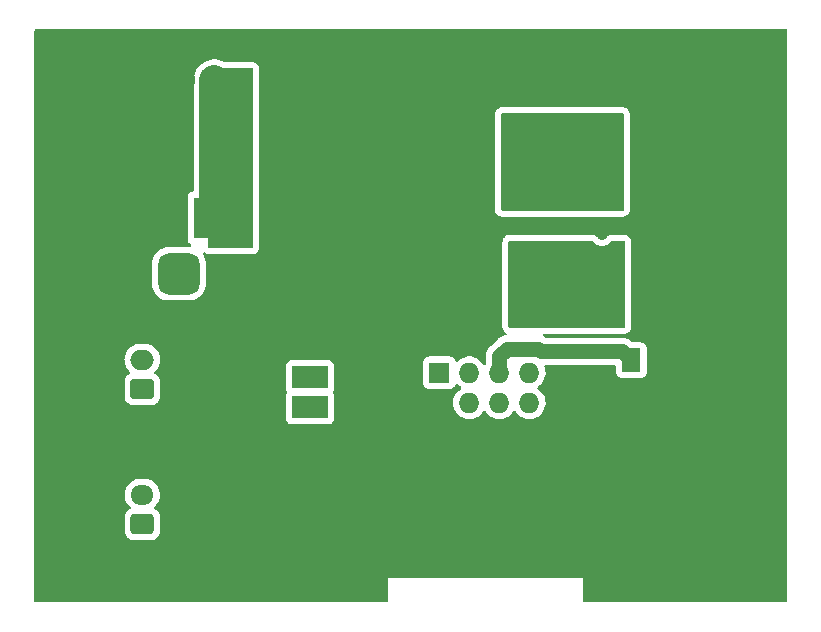
<source format=gbl>
%TF.GenerationSoftware,KiCad,Pcbnew,(6.0.7)*%
%TF.CreationDate,2022-09-15T17:32:09-05:00*%
%TF.ProjectId,Simplified01,53696d70-6c69-4666-9965-6430312e6b69,rev?*%
%TF.SameCoordinates,Original*%
%TF.FileFunction,Copper,L2,Bot*%
%TF.FilePolarity,Positive*%
%FSLAX46Y46*%
G04 Gerber Fmt 4.6, Leading zero omitted, Abs format (unit mm)*
G04 Created by KiCad (PCBNEW (6.0.7)) date 2022-09-15 17:32:09*
%MOMM*%
%LPD*%
G01*
G04 APERTURE LIST*
G04 Aperture macros list*
%AMRoundRect*
0 Rectangle with rounded corners*
0 $1 Rounding radius*
0 $2 $3 $4 $5 $6 $7 $8 $9 X,Y pos of 4 corners*
0 Add a 4 corners polygon primitive as box body*
4,1,4,$2,$3,$4,$5,$6,$7,$8,$9,$2,$3,0*
0 Add four circle primitives for the rounded corners*
1,1,$1+$1,$2,$3*
1,1,$1+$1,$4,$5*
1,1,$1+$1,$6,$7*
1,1,$1+$1,$8,$9*
0 Add four rect primitives between the rounded corners*
20,1,$1+$1,$2,$3,$4,$5,0*
20,1,$1+$1,$4,$5,$6,$7,0*
20,1,$1+$1,$6,$7,$8,$9,0*
20,1,$1+$1,$8,$9,$2,$3,0*%
G04 Aperture macros list end*
%TA.AperFunction,ComponentPad*%
%ADD10RoundRect,0.250000X0.600000X0.750000X-0.600000X0.750000X-0.600000X-0.750000X0.600000X-0.750000X0*%
%TD*%
%TA.AperFunction,ComponentPad*%
%ADD11O,1.700000X2.000000*%
%TD*%
%TA.AperFunction,ComponentPad*%
%ADD12C,4.400000*%
%TD*%
%TA.AperFunction,ComponentPad*%
%ADD13RoundRect,0.250000X0.750000X-0.600000X0.750000X0.600000X-0.750000X0.600000X-0.750000X-0.600000X0*%
%TD*%
%TA.AperFunction,ComponentPad*%
%ADD14O,2.000000X1.700000*%
%TD*%
%TA.AperFunction,ComponentPad*%
%ADD15R,3.500000X3.500000*%
%TD*%
%TA.AperFunction,ComponentPad*%
%ADD16RoundRect,0.750000X-0.750000X-1.000000X0.750000X-1.000000X0.750000X1.000000X-0.750000X1.000000X0*%
%TD*%
%TA.AperFunction,ComponentPad*%
%ADD17RoundRect,0.875000X-0.875000X-0.875000X0.875000X-0.875000X0.875000X0.875000X-0.875000X0.875000X0*%
%TD*%
%TA.AperFunction,ComponentPad*%
%ADD18RoundRect,0.250000X0.725000X-0.600000X0.725000X0.600000X-0.725000X0.600000X-0.725000X-0.600000X0*%
%TD*%
%TA.AperFunction,ComponentPad*%
%ADD19O,1.950000X1.700000*%
%TD*%
%TA.AperFunction,ComponentPad*%
%ADD20R,3.032000X1.905000*%
%TD*%
%TA.AperFunction,SMDPad,CuDef*%
%ADD21R,1.600000X2.000000*%
%TD*%
%TA.AperFunction,ComponentPad*%
%ADD22R,1.727200X1.727200*%
%TD*%
%TA.AperFunction,ComponentPad*%
%ADD23O,1.727200X1.727200*%
%TD*%
%TA.AperFunction,ViaPad*%
%ADD24C,0.800000*%
%TD*%
%TA.AperFunction,Conductor*%
%ADD25C,1.250000*%
%TD*%
%TA.AperFunction,Conductor*%
%ADD26C,2.500000*%
%TD*%
G04 APERTURE END LIST*
D10*
X115439251Y-75209751D03*
D11*
X112939251Y-75209751D03*
D12*
X103501251Y-74193751D03*
X160651251Y-116103751D03*
X160651251Y-74193751D03*
D13*
X109343251Y-101371751D03*
D14*
X109343251Y-98871751D03*
D12*
X103501251Y-116103751D03*
D15*
X115439251Y-86893751D03*
D16*
X109439251Y-86893751D03*
D17*
X112439251Y-91593751D03*
D18*
X109343251Y-112801751D03*
D19*
X109343251Y-110301751D03*
X109343251Y-107801751D03*
D20*
X123559251Y-102895751D03*
X123559251Y-100355751D03*
X123559251Y-97815751D03*
D21*
X150745251Y-98925751D03*
X150745251Y-104325751D03*
D22*
X134489251Y-99974751D03*
D23*
X134489251Y-102514751D03*
X137029251Y-99974751D03*
X137029251Y-102514751D03*
X139569251Y-99974751D03*
X139569251Y-102514751D03*
X142109251Y-99974751D03*
X142109251Y-102514751D03*
D24*
X140966251Y-78638751D03*
X140966251Y-79908751D03*
X142236251Y-79908751D03*
X146046251Y-79908751D03*
X143506251Y-79908751D03*
X144776251Y-79908751D03*
X146046251Y-78638751D03*
X144776251Y-78638751D03*
X142236251Y-78638751D03*
X143506251Y-78638751D03*
X143760251Y-95529751D03*
X141220251Y-95529751D03*
X147443251Y-95529751D03*
X146300251Y-95529751D03*
X145030251Y-95529751D03*
X142490251Y-95529751D03*
X140033251Y-87445751D03*
X151761251Y-111023751D03*
X114423251Y-95529751D03*
X154301251Y-107213751D03*
X148284251Y-88338751D03*
X150491251Y-111023751D03*
X153031251Y-108483751D03*
X115439251Y-95529751D03*
X153031251Y-109753751D03*
X114931251Y-96291751D03*
X114931251Y-94767751D03*
X139315251Y-87909751D03*
X154301251Y-109753751D03*
X154301251Y-108483751D03*
X151761251Y-109753751D03*
X153031251Y-111023751D03*
X147649251Y-87703751D03*
D25*
X149983251Y-98163751D02*
X150745251Y-98925751D01*
X149381251Y-98163751D02*
X149983251Y-98163751D01*
X149381251Y-98163751D02*
X143092251Y-98163751D01*
X142871251Y-97942751D02*
X143092251Y-98163751D01*
X140204251Y-97942751D02*
X142871251Y-97942751D01*
X139569251Y-98577751D02*
X140204251Y-97942751D01*
X139569251Y-98577751D02*
X139569251Y-99974751D01*
D26*
X115439251Y-75209751D02*
X115439251Y-86893751D01*
%TA.AperFunction,Conductor*%
G36*
X163894872Y-70912253D02*
G01*
X163941365Y-70965909D01*
X163952751Y-71018251D01*
X163952751Y-119279251D01*
X163932749Y-119347372D01*
X163879093Y-119393865D01*
X163826751Y-119405251D01*
X146807251Y-119405251D01*
X146739130Y-119385249D01*
X146692637Y-119331593D01*
X146681251Y-119279251D01*
X146681251Y-117373751D01*
X130171251Y-117373751D01*
X130171251Y-119279251D01*
X130151249Y-119347372D01*
X130097593Y-119393865D01*
X130045251Y-119405251D01*
X100325751Y-119405251D01*
X100257630Y-119385249D01*
X100211137Y-119331593D01*
X100199751Y-119279251D01*
X100199751Y-110237525D01*
X107856353Y-110237525D01*
X107865002Y-110467909D01*
X107912344Y-110693542D01*
X107997027Y-110907972D01*
X108116628Y-111105068D01*
X108120125Y-111109098D01*
X108206689Y-111208854D01*
X108267728Y-111279196D01*
X108303371Y-111308421D01*
X108343365Y-111367080D01*
X108345297Y-111438050D01*
X108308553Y-111498799D01*
X108289783Y-111512999D01*
X108158830Y-111594036D01*
X108143903Y-111603273D01*
X108018946Y-111728448D01*
X107926136Y-111879013D01*
X107870454Y-112046890D01*
X107859751Y-112151351D01*
X107859751Y-113452151D01*
X107870725Y-113557917D01*
X107926701Y-113725697D01*
X108019773Y-113876099D01*
X108144948Y-114001056D01*
X108151178Y-114004896D01*
X108151179Y-114004897D01*
X108288341Y-114089445D01*
X108295513Y-114093866D01*
X108375256Y-114120315D01*
X108456862Y-114147383D01*
X108456864Y-114147383D01*
X108463390Y-114149548D01*
X108470226Y-114150248D01*
X108470229Y-114150249D01*
X108513282Y-114154660D01*
X108567851Y-114160251D01*
X110118651Y-114160251D01*
X110121897Y-114159914D01*
X110121901Y-114159914D01*
X110217559Y-114149989D01*
X110217563Y-114149988D01*
X110224417Y-114149277D01*
X110230953Y-114147096D01*
X110230955Y-114147096D01*
X110363057Y-114103023D01*
X110392197Y-114093301D01*
X110542599Y-114000229D01*
X110667556Y-113875054D01*
X110760366Y-113724489D01*
X110816048Y-113556612D01*
X110826751Y-113452151D01*
X110826751Y-112151351D01*
X110815777Y-112045585D01*
X110759801Y-111877805D01*
X110666729Y-111727403D01*
X110541554Y-111602446D01*
X110395911Y-111512670D01*
X110348419Y-111459899D01*
X110336995Y-111389827D01*
X110365269Y-111324703D01*
X110375056Y-111314241D01*
X110485529Y-111208854D01*
X110489386Y-111205175D01*
X110627005Y-111020209D01*
X110731491Y-110814700D01*
X110767572Y-110698503D01*
X110798275Y-110599622D01*
X110799858Y-110594524D01*
X110800559Y-110589235D01*
X110829449Y-110371262D01*
X110829449Y-110371257D01*
X110830149Y-110365977D01*
X110821500Y-110135593D01*
X110774158Y-109909960D01*
X110689475Y-109695530D01*
X110569874Y-109498434D01*
X110483006Y-109398327D01*
X110422274Y-109328339D01*
X110422272Y-109328337D01*
X110418774Y-109324306D01*
X110377221Y-109290235D01*
X110244624Y-109181511D01*
X110244618Y-109181507D01*
X110240496Y-109178127D01*
X110235860Y-109175488D01*
X110235857Y-109175486D01*
X110044780Y-109066719D01*
X110040137Y-109064076D01*
X109823426Y-108985414D01*
X109818177Y-108984465D01*
X109818174Y-108984464D01*
X109600643Y-108945128D01*
X109600636Y-108945127D01*
X109596559Y-108944390D01*
X109578837Y-108943554D01*
X109573895Y-108943321D01*
X109573888Y-108943321D01*
X109572407Y-108943251D01*
X109160361Y-108943251D01*
X109093442Y-108948929D01*
X108993842Y-108957380D01*
X108993838Y-108957381D01*
X108988531Y-108957831D01*
X108983376Y-108959169D01*
X108983370Y-108959170D01*
X108770548Y-109014408D01*
X108770544Y-109014409D01*
X108765379Y-109015750D01*
X108760513Y-109017942D01*
X108760510Y-109017943D01*
X108652231Y-109066719D01*
X108555176Y-109110439D01*
X108363932Y-109239192D01*
X108197116Y-109398327D01*
X108059497Y-109583293D01*
X107955011Y-109788802D01*
X107953429Y-109793896D01*
X107953428Y-109793899D01*
X107891366Y-109993771D01*
X107886644Y-110008978D01*
X107885943Y-110014267D01*
X107870555Y-110130374D01*
X107856353Y-110237525D01*
X100199751Y-110237525D01*
X100199751Y-103896385D01*
X121534751Y-103896385D01*
X121541506Y-103958567D01*
X121592636Y-104094956D01*
X121679990Y-104211512D01*
X121796546Y-104298866D01*
X121932935Y-104349996D01*
X121995117Y-104356751D01*
X125123385Y-104356751D01*
X125185567Y-104349996D01*
X125321956Y-104298866D01*
X125438512Y-104211512D01*
X125525866Y-104094956D01*
X125576996Y-103958567D01*
X125583751Y-103896385D01*
X125583751Y-101895117D01*
X125576996Y-101832935D01*
X125525866Y-101696546D01*
X125520485Y-101689366D01*
X125518784Y-101686259D01*
X125503615Y-101616902D01*
X125518784Y-101565243D01*
X125520485Y-101562136D01*
X125525866Y-101554956D01*
X125576996Y-101418567D01*
X125583751Y-101356385D01*
X125583751Y-100886485D01*
X133117151Y-100886485D01*
X133123906Y-100948667D01*
X133175036Y-101085056D01*
X133262390Y-101201612D01*
X133378946Y-101288966D01*
X133515335Y-101340096D01*
X133577517Y-101346851D01*
X135400985Y-101346851D01*
X135463167Y-101340096D01*
X135599556Y-101288966D01*
X135716112Y-101201612D01*
X135803466Y-101085056D01*
X135841464Y-100983697D01*
X135884105Y-100926932D01*
X135950667Y-100902232D01*
X136020016Y-100917439D01*
X136054682Y-100945427D01*
X136065953Y-100958438D01*
X136239550Y-101102561D01*
X136244002Y-101105163D01*
X136244007Y-101105166D01*
X136293320Y-101133982D01*
X136342043Y-101185621D01*
X136355114Y-101255404D01*
X136328382Y-101321176D01*
X136297846Y-101348534D01*
X136295586Y-101349711D01*
X136115156Y-101485181D01*
X136111584Y-101488919D01*
X135989281Y-101616902D01*
X135959275Y-101648301D01*
X135832129Y-101834691D01*
X135829955Y-101839375D01*
X135829953Y-101839378D01*
X135745113Y-102022151D01*
X135737132Y-102039344D01*
X135676836Y-102256764D01*
X135652860Y-102481113D01*
X135653157Y-102486265D01*
X135653157Y-102486269D01*
X135663499Y-102665619D01*
X135665848Y-102706365D01*
X135666985Y-102711411D01*
X135666986Y-102711417D01*
X135688235Y-102805703D01*
X135715451Y-102926471D01*
X135717393Y-102931253D01*
X135717394Y-102931257D01*
X135754073Y-103021586D01*
X135800337Y-103135520D01*
X135918226Y-103327898D01*
X136065953Y-103498438D01*
X136239550Y-103642561D01*
X136244002Y-103645163D01*
X136244007Y-103645166D01*
X136333342Y-103697369D01*
X136434354Y-103756396D01*
X136645135Y-103836885D01*
X136650203Y-103837916D01*
X136650206Y-103837917D01*
X136758655Y-103859981D01*
X136866232Y-103881868D01*
X136871407Y-103882058D01*
X136871409Y-103882058D01*
X137086543Y-103889947D01*
X137086547Y-103889947D01*
X137091707Y-103890136D01*
X137096827Y-103889480D01*
X137096829Y-103889480D01*
X137166236Y-103880589D01*
X137315504Y-103861467D01*
X137320453Y-103859982D01*
X137320459Y-103859981D01*
X137526664Y-103798116D01*
X137526663Y-103798116D01*
X137531614Y-103796631D01*
X137626670Y-103750063D01*
X137729582Y-103699648D01*
X137729587Y-103699645D01*
X137734233Y-103697369D01*
X137738443Y-103694366D01*
X137738448Y-103694363D01*
X137913706Y-103569352D01*
X137913710Y-103569348D01*
X137917918Y-103566347D01*
X138077738Y-103407084D01*
X138198621Y-103238858D01*
X138254615Y-103195210D01*
X138325319Y-103188764D01*
X138388283Y-103221567D01*
X138408376Y-103246550D01*
X138455526Y-103323494D01*
X138455530Y-103323499D01*
X138458226Y-103327898D01*
X138605953Y-103498438D01*
X138779550Y-103642561D01*
X138784002Y-103645163D01*
X138784007Y-103645166D01*
X138873342Y-103697369D01*
X138974354Y-103756396D01*
X139185135Y-103836885D01*
X139190203Y-103837916D01*
X139190206Y-103837917D01*
X139298655Y-103859981D01*
X139406232Y-103881868D01*
X139411407Y-103882058D01*
X139411409Y-103882058D01*
X139626543Y-103889947D01*
X139626547Y-103889947D01*
X139631707Y-103890136D01*
X139636827Y-103889480D01*
X139636829Y-103889480D01*
X139706236Y-103880589D01*
X139855504Y-103861467D01*
X139860453Y-103859982D01*
X139860459Y-103859981D01*
X140066664Y-103798116D01*
X140066663Y-103798116D01*
X140071614Y-103796631D01*
X140166670Y-103750063D01*
X140269582Y-103699648D01*
X140269587Y-103699645D01*
X140274233Y-103697369D01*
X140278443Y-103694366D01*
X140278448Y-103694363D01*
X140453706Y-103569352D01*
X140453710Y-103569348D01*
X140457918Y-103566347D01*
X140617738Y-103407084D01*
X140738621Y-103238858D01*
X140794615Y-103195210D01*
X140865319Y-103188764D01*
X140928283Y-103221567D01*
X140948376Y-103246550D01*
X140995526Y-103323494D01*
X140995530Y-103323499D01*
X140998226Y-103327898D01*
X141145953Y-103498438D01*
X141319550Y-103642561D01*
X141324002Y-103645163D01*
X141324007Y-103645166D01*
X141413342Y-103697369D01*
X141514354Y-103756396D01*
X141725135Y-103836885D01*
X141730203Y-103837916D01*
X141730206Y-103837917D01*
X141838655Y-103859981D01*
X141946232Y-103881868D01*
X141951407Y-103882058D01*
X141951409Y-103882058D01*
X142166543Y-103889947D01*
X142166547Y-103889947D01*
X142171707Y-103890136D01*
X142176827Y-103889480D01*
X142176829Y-103889480D01*
X142246236Y-103880589D01*
X142395504Y-103861467D01*
X142400453Y-103859982D01*
X142400459Y-103859981D01*
X142606664Y-103798116D01*
X142606663Y-103798116D01*
X142611614Y-103796631D01*
X142706670Y-103750063D01*
X142809582Y-103699648D01*
X142809587Y-103699645D01*
X142814233Y-103697369D01*
X142818443Y-103694366D01*
X142818448Y-103694363D01*
X142993706Y-103569352D01*
X142993710Y-103569348D01*
X142997918Y-103566347D01*
X143157738Y-103407084D01*
X143289401Y-103223856D01*
X143389369Y-103021586D01*
X143454959Y-102805703D01*
X143455634Y-102800577D01*
X143483972Y-102585329D01*
X143483973Y-102585323D01*
X143484409Y-102582007D01*
X143486053Y-102514751D01*
X143467566Y-102289883D01*
X143412600Y-102071055D01*
X143322631Y-101864142D01*
X143274533Y-101789794D01*
X143202885Y-101679042D01*
X143202883Y-101679039D01*
X143200077Y-101674702D01*
X143048228Y-101507822D01*
X143044177Y-101504623D01*
X143044173Y-101504619D01*
X142875217Y-101371185D01*
X142875213Y-101371183D01*
X142871162Y-101367983D01*
X142847786Y-101355079D01*
X142797815Y-101304647D01*
X142783043Y-101235204D01*
X142808159Y-101168798D01*
X142835510Y-101142192D01*
X142993706Y-101029352D01*
X142993710Y-101029348D01*
X142997918Y-101026347D01*
X143157738Y-100867084D01*
X143289401Y-100683856D01*
X143389369Y-100481586D01*
X143454959Y-100265703D01*
X143466289Y-100179642D01*
X143483972Y-100045329D01*
X143483973Y-100045323D01*
X143484409Y-100042007D01*
X143486053Y-99974751D01*
X143467566Y-99749883D01*
X143412600Y-99531055D01*
X143387571Y-99473493D01*
X143378752Y-99403046D01*
X143409418Y-99339015D01*
X143469835Y-99301727D01*
X143503121Y-99297251D01*
X149310751Y-99297251D01*
X149378872Y-99317253D01*
X149425365Y-99370909D01*
X149436751Y-99423251D01*
X149436751Y-99973885D01*
X149437120Y-99977282D01*
X149437436Y-99980191D01*
X149443506Y-100036067D01*
X149494636Y-100172456D01*
X149581990Y-100289012D01*
X149698546Y-100376366D01*
X149834935Y-100427496D01*
X149897117Y-100434251D01*
X151593385Y-100434251D01*
X151655567Y-100427496D01*
X151791956Y-100376366D01*
X151908512Y-100289012D01*
X151995866Y-100172456D01*
X152046996Y-100036067D01*
X152053066Y-99980191D01*
X152053382Y-99977282D01*
X152053751Y-99973885D01*
X152053751Y-97877617D01*
X152046996Y-97815435D01*
X151995866Y-97679046D01*
X151908512Y-97562490D01*
X151791956Y-97475136D01*
X151655567Y-97424006D01*
X151593385Y-97417251D01*
X150893207Y-97417251D01*
X150825086Y-97397249D01*
X150806077Y-97382269D01*
X150776699Y-97354146D01*
X150774734Y-97352223D01*
X150746544Y-97324033D01*
X150740624Y-97319144D01*
X150733730Y-97313012D01*
X150693305Y-97274314D01*
X150693301Y-97274311D01*
X150688966Y-97270161D01*
X150683927Y-97266908D01*
X150683924Y-97266905D01*
X150660051Y-97251491D01*
X150648167Y-97242793D01*
X150626248Y-97224692D01*
X150626249Y-97224692D01*
X150621626Y-97220875D01*
X150567232Y-97191157D01*
X150559312Y-97186444D01*
X150512305Y-97156092D01*
X150512301Y-97156090D01*
X150507260Y-97152835D01*
X150475331Y-97139967D01*
X150462029Y-97133679D01*
X150437080Y-97120048D01*
X150431816Y-97117172D01*
X150426111Y-97115346D01*
X150426109Y-97115345D01*
X150402269Y-97107714D01*
X150372796Y-97098280D01*
X150364116Y-97095146D01*
X150312210Y-97074227D01*
X150306647Y-97071985D01*
X150300761Y-97070835D01*
X150300759Y-97070835D01*
X150272866Y-97065388D01*
X150258602Y-97061726D01*
X150231524Y-97053058D01*
X150231522Y-97053058D01*
X150225819Y-97051232D01*
X150219870Y-97050517D01*
X150219864Y-97050516D01*
X150164296Y-97043840D01*
X150155176Y-97042404D01*
X150111816Y-97033937D01*
X150094364Y-97030529D01*
X150088680Y-97030251D01*
X150058706Y-97030251D01*
X150043678Y-97029352D01*
X150017018Y-97026149D01*
X150017014Y-97026149D01*
X150011071Y-97025435D01*
X150005095Y-97025858D01*
X150005092Y-97025858D01*
X149947500Y-97029936D01*
X149938601Y-97030251D01*
X143591710Y-97030251D01*
X143523589Y-97010249D01*
X143519215Y-97007055D01*
X143514247Y-97003691D01*
X143509626Y-96999875D01*
X143455232Y-96970157D01*
X143447312Y-96965444D01*
X143400305Y-96935092D01*
X143400301Y-96935090D01*
X143395260Y-96931835D01*
X143368665Y-96921117D01*
X143312959Y-96877102D01*
X143289892Y-96809957D01*
X143306789Y-96741000D01*
X143358284Y-96692125D01*
X143415763Y-96678251D01*
X150111251Y-96678251D01*
X150114597Y-96677891D01*
X150114602Y-96677891D01*
X150217036Y-96666879D01*
X150217043Y-96666878D01*
X150220400Y-96666517D01*
X150223701Y-96665799D01*
X150269461Y-96655845D01*
X150269466Y-96655844D01*
X150272742Y-96655131D01*
X150376908Y-96620461D01*
X150499863Y-96541443D01*
X150553519Y-96494950D01*
X150609139Y-96430761D01*
X150643332Y-96391301D01*
X150643334Y-96391298D01*
X150649233Y-96384490D01*
X150709949Y-96251541D01*
X150729951Y-96183420D01*
X150734584Y-96151201D01*
X150750112Y-96043198D01*
X150750112Y-96043193D01*
X150750751Y-96038751D01*
X150750751Y-88924751D01*
X150747064Y-88890456D01*
X150739379Y-88818966D01*
X150739378Y-88818959D01*
X150739017Y-88815602D01*
X150738299Y-88812301D01*
X150728345Y-88766541D01*
X150728344Y-88766536D01*
X150727631Y-88763260D01*
X150692961Y-88659094D01*
X150613943Y-88536139D01*
X150610442Y-88532098D01*
X150570390Y-88485876D01*
X150567450Y-88482483D01*
X150558184Y-88474454D01*
X150463801Y-88392670D01*
X150463798Y-88392668D01*
X150456990Y-88386769D01*
X150324041Y-88326053D01*
X150286534Y-88315040D01*
X150260243Y-88307320D01*
X150260239Y-88307319D01*
X150255920Y-88306051D01*
X150251471Y-88305411D01*
X150251465Y-88305410D01*
X150115698Y-88285890D01*
X150115693Y-88285890D01*
X150111251Y-88285251D01*
X149140461Y-88285251D01*
X149019408Y-88299724D01*
X149015782Y-88300603D01*
X149015774Y-88300605D01*
X148979384Y-88309433D01*
X148961674Y-88313729D01*
X148958163Y-88315039D01*
X148958158Y-88315040D01*
X148855172Y-88353449D01*
X148855170Y-88353450D01*
X148847440Y-88356333D01*
X148728381Y-88441109D01*
X148725134Y-88444205D01*
X148725129Y-88444209D01*
X148703961Y-88464392D01*
X148676998Y-88490100D01*
X148674219Y-88493634D01*
X148674216Y-88493637D01*
X148651529Y-88522485D01*
X148641587Y-88532009D01*
X148641686Y-88532098D01*
X148558879Y-88624064D01*
X148539305Y-88641688D01*
X148493550Y-88674932D01*
X148470739Y-88688103D01*
X148419082Y-88711102D01*
X148394035Y-88719240D01*
X148340207Y-88730681D01*
X148338717Y-88730998D01*
X148312521Y-88733751D01*
X148255981Y-88733751D01*
X148229785Y-88730998D01*
X148228295Y-88730681D01*
X148174467Y-88719240D01*
X148149420Y-88711102D01*
X148097763Y-88688103D01*
X148074952Y-88674932D01*
X148029197Y-88641688D01*
X148009623Y-88624063D01*
X147933441Y-88539454D01*
X147926211Y-88530656D01*
X147911039Y-88510390D01*
X147911038Y-88510388D01*
X147908790Y-88507386D01*
X147867794Y-88464392D01*
X147773780Y-88386769D01*
X147640831Y-88326053D01*
X147603324Y-88315040D01*
X147577033Y-88307320D01*
X147577029Y-88307319D01*
X147572710Y-88306051D01*
X147568261Y-88305411D01*
X147568255Y-88305410D01*
X147432488Y-88285890D01*
X147432483Y-88285890D01*
X147428041Y-88285251D01*
X140457251Y-88285251D01*
X140453905Y-88285611D01*
X140453900Y-88285611D01*
X140351466Y-88296623D01*
X140351459Y-88296624D01*
X140348102Y-88296985D01*
X140344802Y-88297703D01*
X140344801Y-88297703D01*
X140299041Y-88307657D01*
X140299036Y-88307658D01*
X140295760Y-88308371D01*
X140191594Y-88343041D01*
X140068639Y-88422059D01*
X140065244Y-88425001D01*
X140065241Y-88425003D01*
X140046654Y-88441109D01*
X140014983Y-88468552D01*
X140012043Y-88471945D01*
X139925170Y-88572201D01*
X139925168Y-88572204D01*
X139919269Y-88579012D01*
X139858553Y-88711961D01*
X139852963Y-88730998D01*
X139846190Y-88754067D01*
X139838551Y-88780082D01*
X139837911Y-88784531D01*
X139837910Y-88784537D01*
X139818390Y-88920304D01*
X139817751Y-88924751D01*
X139817751Y-96038751D01*
X139829485Y-96147900D01*
X139830203Y-96151200D01*
X139830203Y-96151201D01*
X139837212Y-96183420D01*
X139840871Y-96200242D01*
X139875541Y-96304408D01*
X139954559Y-96427363D01*
X140001052Y-96481019D01*
X140004445Y-96483959D01*
X140067388Y-96538499D01*
X140111512Y-96576733D01*
X140119705Y-96580475D01*
X140121593Y-96581688D01*
X140168085Y-96635344D01*
X140178188Y-96705618D01*
X140148694Y-96770199D01*
X140088968Y-96808582D01*
X140073014Y-96811836D01*
X140071404Y-96811871D01*
X140065547Y-96813132D01*
X140065546Y-96813132D01*
X140057449Y-96814875D01*
X140037742Y-96819118D01*
X140023199Y-96821369D01*
X139988936Y-96824638D01*
X139929483Y-96842080D01*
X139920538Y-96844351D01*
X139865822Y-96856131D01*
X139865811Y-96856134D01*
X139859956Y-96857395D01*
X139854444Y-96859740D01*
X139854442Y-96859741D01*
X139828285Y-96870871D01*
X139814424Y-96875834D01*
X139781391Y-96885525D01*
X139776067Y-96888267D01*
X139726305Y-96913896D01*
X139717948Y-96917819D01*
X139690566Y-96929471D01*
X139660932Y-96942080D01*
X139655955Y-96945431D01*
X139632376Y-96961305D01*
X139619700Y-96968801D01*
X139589103Y-96984560D01*
X139584386Y-96988266D01*
X139584385Y-96988266D01*
X139540384Y-97022830D01*
X139532920Y-97028263D01*
X139481511Y-97062873D01*
X139477295Y-97066696D01*
X139456102Y-97087889D01*
X139444841Y-97097879D01*
X139419012Y-97118168D01*
X139415081Y-97122698D01*
X139415080Y-97122699D01*
X139377232Y-97166315D01*
X139371162Y-97172829D01*
X138842960Y-97701031D01*
X138834475Y-97708195D01*
X138834659Y-97708408D01*
X138830123Y-97712323D01*
X138825230Y-97715794D01*
X138821084Y-97720125D01*
X138759646Y-97784304D01*
X138757723Y-97786268D01*
X138729533Y-97814458D01*
X138727624Y-97816770D01*
X138727621Y-97816773D01*
X138724647Y-97820375D01*
X138718512Y-97827272D01*
X138679814Y-97867697D01*
X138679811Y-97867701D01*
X138675661Y-97872036D01*
X138672408Y-97877075D01*
X138672405Y-97877078D01*
X138656991Y-97900951D01*
X138648293Y-97912834D01*
X138626375Y-97939376D01*
X138596657Y-97993770D01*
X138591944Y-98001690D01*
X138561592Y-98048697D01*
X138561590Y-98048701D01*
X138558335Y-98053742D01*
X138545467Y-98085671D01*
X138539179Y-98098973D01*
X138522672Y-98129186D01*
X138520846Y-98134891D01*
X138520845Y-98134893D01*
X138503782Y-98188200D01*
X138500646Y-98196886D01*
X138477485Y-98254355D01*
X138476335Y-98260241D01*
X138476335Y-98260243D01*
X138470888Y-98288136D01*
X138467226Y-98302399D01*
X138456732Y-98335183D01*
X138456017Y-98341132D01*
X138456016Y-98341138D01*
X138449340Y-98396706D01*
X138447904Y-98405826D01*
X138439437Y-98449186D01*
X138436029Y-98466638D01*
X138435751Y-98472322D01*
X138435751Y-98502296D01*
X138434852Y-98517324D01*
X138430935Y-98549931D01*
X138431358Y-98555907D01*
X138431358Y-98555910D01*
X138435436Y-98613502D01*
X138435751Y-98622401D01*
X138435751Y-99162541D01*
X138413837Y-99233548D01*
X138402752Y-99249797D01*
X138347840Y-99294798D01*
X138277315Y-99302968D01*
X138213568Y-99271712D01*
X138192874Y-99247230D01*
X138122885Y-99139042D01*
X138122883Y-99139039D01*
X138120077Y-99134702D01*
X137968228Y-98967822D01*
X137964177Y-98964623D01*
X137964173Y-98964619D01*
X137795217Y-98831185D01*
X137795213Y-98831183D01*
X137791162Y-98827983D01*
X137763760Y-98812856D01*
X137646073Y-98747890D01*
X137593634Y-98718942D01*
X137380949Y-98643627D01*
X137330548Y-98634649D01*
X137163908Y-98604965D01*
X137163904Y-98604965D01*
X137158820Y-98604059D01*
X137086825Y-98603180D01*
X136938380Y-98601366D01*
X136938378Y-98601366D01*
X136933210Y-98601303D01*
X136710180Y-98635431D01*
X136495719Y-98705528D01*
X136473269Y-98717215D01*
X136309938Y-98802240D01*
X136295586Y-98809711D01*
X136291453Y-98812814D01*
X136291450Y-98812816D01*
X136119291Y-98942076D01*
X136115156Y-98945181D01*
X136111584Y-98948919D01*
X136051662Y-99011623D01*
X135990138Y-99047052D01*
X135919226Y-99043595D01*
X135861439Y-99002349D01*
X135842587Y-98968801D01*
X135806618Y-98872854D01*
X135803466Y-98864446D01*
X135716112Y-98747890D01*
X135599556Y-98660536D01*
X135463167Y-98609406D01*
X135400985Y-98602651D01*
X133577517Y-98602651D01*
X133515335Y-98609406D01*
X133378946Y-98660536D01*
X133262390Y-98747890D01*
X133175036Y-98864446D01*
X133123906Y-99000835D01*
X133117151Y-99063017D01*
X133117151Y-100886485D01*
X125583751Y-100886485D01*
X125583751Y-99355117D01*
X125576996Y-99292935D01*
X125525866Y-99156546D01*
X125438512Y-99039990D01*
X125321956Y-98952636D01*
X125185567Y-98901506D01*
X125123385Y-98894751D01*
X121995117Y-98894751D01*
X121932935Y-98901506D01*
X121796546Y-98952636D01*
X121679990Y-99039990D01*
X121592636Y-99156546D01*
X121541506Y-99292935D01*
X121534751Y-99355117D01*
X121534751Y-101356385D01*
X121541506Y-101418567D01*
X121592636Y-101554956D01*
X121598017Y-101562136D01*
X121599718Y-101565243D01*
X121614887Y-101634600D01*
X121599718Y-101686259D01*
X121598017Y-101689366D01*
X121592636Y-101696546D01*
X121541506Y-101832935D01*
X121534751Y-101895117D01*
X121534751Y-103896385D01*
X100199751Y-103896385D01*
X100199751Y-98807525D01*
X107831353Y-98807525D01*
X107831553Y-98812854D01*
X107831553Y-98812856D01*
X107834628Y-98894751D01*
X107840002Y-99037909D01*
X107887344Y-99263542D01*
X107889302Y-99268501D01*
X107889303Y-99268503D01*
X107950417Y-99423251D01*
X107972027Y-99477972D01*
X107974794Y-99482531D01*
X107974795Y-99482534D01*
X108037249Y-99585454D01*
X108091628Y-99675068D01*
X108095125Y-99679098D01*
X108181689Y-99778854D01*
X108242728Y-99849196D01*
X108278371Y-99878421D01*
X108318365Y-99937080D01*
X108320297Y-100008050D01*
X108283553Y-100068799D01*
X108264783Y-100082999D01*
X108133830Y-100164036D01*
X108118903Y-100173273D01*
X107993946Y-100298448D01*
X107990106Y-100304678D01*
X107990105Y-100304679D01*
X107913874Y-100428349D01*
X107901136Y-100449013D01*
X107845454Y-100616890D01*
X107834751Y-100721351D01*
X107834751Y-102022151D01*
X107835088Y-102025397D01*
X107835088Y-102025401D01*
X107840346Y-102076073D01*
X107845725Y-102127917D01*
X107901701Y-102295697D01*
X107994773Y-102446099D01*
X108119948Y-102571056D01*
X108126178Y-102574896D01*
X108126179Y-102574897D01*
X108263341Y-102659445D01*
X108270513Y-102663866D01*
X108350256Y-102690315D01*
X108431862Y-102717383D01*
X108431864Y-102717383D01*
X108438390Y-102719548D01*
X108445226Y-102720248D01*
X108445229Y-102720249D01*
X108488282Y-102724660D01*
X108542851Y-102730251D01*
X110143651Y-102730251D01*
X110146897Y-102729914D01*
X110146901Y-102729914D01*
X110242559Y-102719989D01*
X110242563Y-102719988D01*
X110249417Y-102719277D01*
X110255953Y-102717096D01*
X110255955Y-102717096D01*
X110388057Y-102673023D01*
X110417197Y-102663301D01*
X110567599Y-102570229D01*
X110692556Y-102445054D01*
X110785366Y-102294489D01*
X110841048Y-102126612D01*
X110851751Y-102022151D01*
X110851751Y-100721351D01*
X110851414Y-100718101D01*
X110841489Y-100622443D01*
X110841488Y-100622439D01*
X110840777Y-100615585D01*
X110784801Y-100447805D01*
X110691729Y-100297403D01*
X110566554Y-100172446D01*
X110420911Y-100082670D01*
X110373419Y-100029899D01*
X110361995Y-99959827D01*
X110390269Y-99894703D01*
X110400056Y-99884241D01*
X110510529Y-99778854D01*
X110514386Y-99775175D01*
X110652005Y-99590209D01*
X110682081Y-99531055D01*
X110721775Y-99452982D01*
X110756491Y-99384700D01*
X110760774Y-99370909D01*
X110823275Y-99169622D01*
X110824858Y-99164524D01*
X110832310Y-99108301D01*
X110854449Y-98941262D01*
X110854449Y-98941257D01*
X110855149Y-98935977D01*
X110846500Y-98705593D01*
X110799158Y-98479960D01*
X110769881Y-98405826D01*
X110716436Y-98270495D01*
X110716435Y-98270493D01*
X110714475Y-98265530D01*
X110594874Y-98068434D01*
X110536957Y-98001690D01*
X110447274Y-97898339D01*
X110447272Y-97898337D01*
X110443774Y-97894306D01*
X110347584Y-97815435D01*
X110269624Y-97751511D01*
X110269618Y-97751507D01*
X110265496Y-97748127D01*
X110260860Y-97745488D01*
X110260857Y-97745486D01*
X110069780Y-97636719D01*
X110065137Y-97634076D01*
X109848426Y-97555414D01*
X109843177Y-97554465D01*
X109843174Y-97554464D01*
X109625643Y-97515128D01*
X109625636Y-97515127D01*
X109621559Y-97514390D01*
X109603837Y-97513554D01*
X109598895Y-97513321D01*
X109598888Y-97513321D01*
X109597407Y-97513251D01*
X109135361Y-97513251D01*
X109068442Y-97518929D01*
X108968842Y-97527380D01*
X108968838Y-97527381D01*
X108963531Y-97527831D01*
X108958376Y-97529169D01*
X108958370Y-97529170D01*
X108745548Y-97584408D01*
X108745544Y-97584409D01*
X108740379Y-97585750D01*
X108735513Y-97587942D01*
X108735510Y-97587943D01*
X108627231Y-97636719D01*
X108530176Y-97680439D01*
X108338932Y-97809192D01*
X108335075Y-97812871D01*
X108335073Y-97812873D01*
X108330985Y-97816773D01*
X108172116Y-97968327D01*
X108034497Y-98153293D01*
X107930011Y-98358802D01*
X107928429Y-98363896D01*
X107928428Y-98363899D01*
X107883112Y-98509840D01*
X107861644Y-98578978D01*
X107860943Y-98584267D01*
X107843094Y-98718942D01*
X107831353Y-98807525D01*
X100199751Y-98807525D01*
X100199751Y-92561115D01*
X110180751Y-92561115D01*
X110183870Y-92618708D01*
X110228871Y-92849144D01*
X110312055Y-93068703D01*
X110431042Y-93271107D01*
X110582432Y-93450570D01*
X110761895Y-93601960D01*
X110964299Y-93720947D01*
X111183858Y-93804131D01*
X111414294Y-93849132D01*
X111418652Y-93849368D01*
X111470199Y-93852160D01*
X111470214Y-93852160D01*
X111471887Y-93852251D01*
X113406615Y-93852251D01*
X113408288Y-93852160D01*
X113408303Y-93852160D01*
X113459850Y-93849368D01*
X113464208Y-93849132D01*
X113694644Y-93804131D01*
X113914203Y-93720947D01*
X114116607Y-93601960D01*
X114296070Y-93450570D01*
X114447460Y-93271107D01*
X114566447Y-93068703D01*
X114649631Y-92849144D01*
X114694632Y-92618708D01*
X114697751Y-92561115D01*
X114697751Y-90626387D01*
X114694632Y-90568794D01*
X114649631Y-90338358D01*
X114566447Y-90118799D01*
X114477696Y-89967828D01*
X114460417Y-89898966D01*
X114483110Y-89831694D01*
X114538570Y-89787370D01*
X114609190Y-89780067D01*
X114668829Y-89808749D01*
X114704697Y-89839829D01*
X114704702Y-89839833D01*
X114711512Y-89845733D01*
X114844461Y-89906449D01*
X114864429Y-89912312D01*
X114908259Y-89925182D01*
X114908263Y-89925183D01*
X114912582Y-89926451D01*
X114917031Y-89927091D01*
X114917037Y-89927092D01*
X115052804Y-89946612D01*
X115052809Y-89946612D01*
X115057251Y-89947251D01*
X118615251Y-89947251D01*
X118618597Y-89946891D01*
X118618602Y-89946891D01*
X118721036Y-89935879D01*
X118721043Y-89935878D01*
X118724400Y-89935517D01*
X118727701Y-89934799D01*
X118773461Y-89924845D01*
X118773466Y-89924844D01*
X118776742Y-89924131D01*
X118880908Y-89889461D01*
X119003863Y-89810443D01*
X119057519Y-89763950D01*
X119090986Y-89725327D01*
X119147332Y-89660301D01*
X119147334Y-89660298D01*
X119153233Y-89653490D01*
X119213949Y-89520541D01*
X119229975Y-89465961D01*
X119232682Y-89456743D01*
X119232683Y-89456739D01*
X119233951Y-89452420D01*
X119238584Y-89420201D01*
X119254112Y-89312198D01*
X119254112Y-89312193D01*
X119254751Y-89307751D01*
X119254751Y-86132751D01*
X139182751Y-86132751D01*
X139194485Y-86241900D01*
X139195203Y-86245200D01*
X139195203Y-86245201D01*
X139202212Y-86277420D01*
X139205871Y-86294242D01*
X139240541Y-86398408D01*
X139319559Y-86521363D01*
X139366052Y-86575019D01*
X139369445Y-86577959D01*
X139469701Y-86664832D01*
X139469704Y-86664834D01*
X139476512Y-86670733D01*
X139609461Y-86731449D01*
X139633215Y-86738424D01*
X139673259Y-86750182D01*
X139673263Y-86750183D01*
X139677582Y-86751451D01*
X139682031Y-86752091D01*
X139682037Y-86752092D01*
X139817804Y-86771612D01*
X139817809Y-86771612D01*
X139822251Y-86772251D01*
X149984251Y-86772251D01*
X149987597Y-86771891D01*
X149987602Y-86771891D01*
X150090036Y-86760879D01*
X150090043Y-86760878D01*
X150093400Y-86760517D01*
X150096701Y-86759799D01*
X150142461Y-86749845D01*
X150142466Y-86749844D01*
X150145742Y-86749131D01*
X150249908Y-86714461D01*
X150372863Y-86635443D01*
X150426519Y-86588950D01*
X150482139Y-86524761D01*
X150516332Y-86485301D01*
X150516334Y-86485298D01*
X150522233Y-86478490D01*
X150582949Y-86345541D01*
X150602951Y-86277420D01*
X150607584Y-86245201D01*
X150623112Y-86137198D01*
X150623112Y-86137193D01*
X150623751Y-86132751D01*
X150623751Y-78129751D01*
X150612017Y-78020602D01*
X150611299Y-78017301D01*
X150601345Y-77971541D01*
X150601344Y-77971536D01*
X150600631Y-77968260D01*
X150565961Y-77864094D01*
X150486943Y-77741139D01*
X150440450Y-77687483D01*
X150431184Y-77679454D01*
X150336801Y-77597670D01*
X150336798Y-77597668D01*
X150329990Y-77591769D01*
X150197041Y-77531053D01*
X150173287Y-77524078D01*
X150133243Y-77512320D01*
X150133239Y-77512319D01*
X150128920Y-77511051D01*
X150124471Y-77510411D01*
X150124465Y-77510410D01*
X149988698Y-77490890D01*
X149988693Y-77490890D01*
X149984251Y-77490251D01*
X139822251Y-77490251D01*
X139818905Y-77490611D01*
X139818900Y-77490611D01*
X139716466Y-77501623D01*
X139716459Y-77501624D01*
X139713102Y-77501985D01*
X139709802Y-77502703D01*
X139709801Y-77502703D01*
X139664041Y-77512657D01*
X139664036Y-77512658D01*
X139660760Y-77513371D01*
X139556594Y-77548041D01*
X139433639Y-77627059D01*
X139379983Y-77673552D01*
X139377043Y-77676945D01*
X139290170Y-77777201D01*
X139290168Y-77777204D01*
X139284269Y-77784012D01*
X139223553Y-77916961D01*
X139203551Y-77985082D01*
X139202911Y-77989531D01*
X139202910Y-77989537D01*
X139198444Y-78020602D01*
X139182751Y-78129751D01*
X139182751Y-86132751D01*
X119254751Y-86132751D01*
X119254751Y-74319751D01*
X119243017Y-74210602D01*
X119242299Y-74207301D01*
X119232345Y-74161541D01*
X119232344Y-74161536D01*
X119231631Y-74158260D01*
X119196961Y-74054094D01*
X119117943Y-73931139D01*
X119071450Y-73877483D01*
X118998007Y-73813844D01*
X118967801Y-73787670D01*
X118967798Y-73787668D01*
X118960990Y-73781769D01*
X118828041Y-73721053D01*
X118804287Y-73714078D01*
X118764243Y-73702320D01*
X118764239Y-73702319D01*
X118759920Y-73701051D01*
X118755471Y-73700411D01*
X118755465Y-73700410D01*
X118619698Y-73680890D01*
X118619693Y-73680890D01*
X118615251Y-73680251D01*
X116343207Y-73680251D01*
X116287479Y-73667257D01*
X116104032Y-73576791D01*
X116104029Y-73576790D01*
X116099844Y-73574726D01*
X116053700Y-73559955D01*
X115855374Y-73496471D01*
X115850916Y-73495044D01*
X115592944Y-73453030D01*
X115479193Y-73451541D01*
X115336273Y-73449670D01*
X115336270Y-73449670D01*
X115331596Y-73449609D01*
X115072613Y-73484855D01*
X114821684Y-73557994D01*
X114817431Y-73559954D01*
X114817430Y-73559955D01*
X114780910Y-73576791D01*
X114584323Y-73667419D01*
X114580414Y-73669982D01*
X114369655Y-73808161D01*
X114369650Y-73808165D01*
X114365742Y-73810727D01*
X114170745Y-73984769D01*
X114003614Y-74185721D01*
X114001185Y-74189724D01*
X113922283Y-74319751D01*
X113868022Y-74409170D01*
X113766948Y-74650206D01*
X113702610Y-74903534D01*
X113680751Y-75120618D01*
X113680751Y-84519258D01*
X113660749Y-84587379D01*
X113607093Y-84633872D01*
X113585488Y-84641294D01*
X113578935Y-84642006D01*
X113571540Y-84644778D01*
X113571537Y-84644779D01*
X113457229Y-84687631D01*
X113442546Y-84693136D01*
X113325990Y-84780490D01*
X113238636Y-84897046D01*
X113187506Y-85033435D01*
X113180751Y-85095617D01*
X113180751Y-88691885D01*
X113187506Y-88754067D01*
X113238636Y-88890456D01*
X113325990Y-89007012D01*
X113442546Y-89094366D01*
X113450947Y-89097515D01*
X113453169Y-89098732D01*
X113503315Y-89148991D01*
X113518328Y-89218382D01*
X113493442Y-89284874D01*
X113436558Y-89327356D01*
X113392659Y-89335251D01*
X111471887Y-89335251D01*
X111470214Y-89335342D01*
X111470199Y-89335342D01*
X111420024Y-89338060D01*
X111414294Y-89338370D01*
X111410008Y-89339207D01*
X111338155Y-89353239D01*
X111183858Y-89383371D01*
X110964299Y-89466555D01*
X110872466Y-89520541D01*
X110782536Y-89573408D01*
X110761895Y-89585542D01*
X110582432Y-89736932D01*
X110431042Y-89916395D01*
X110428336Y-89920999D01*
X110428334Y-89921001D01*
X110420223Y-89934799D01*
X110312055Y-90118799D01*
X110228871Y-90338358D01*
X110183870Y-90568794D01*
X110180751Y-90626387D01*
X110180751Y-92561115D01*
X100199751Y-92561115D01*
X100199751Y-71018251D01*
X100219753Y-70950130D01*
X100273409Y-70903637D01*
X100325751Y-70892251D01*
X163826751Y-70892251D01*
X163894872Y-70912253D01*
G37*
%TD.AperFunction*%
%TA.AperFunction,Conductor*%
G36*
X147496162Y-88818753D02*
G01*
X147537158Y-88861747D01*
X147545211Y-88875695D01*
X147672998Y-89017617D01*
X147827499Y-89129869D01*
X147833527Y-89132553D01*
X147833529Y-89132554D01*
X147995932Y-89204860D01*
X148001963Y-89207545D01*
X148095363Y-89227398D01*
X148182307Y-89245879D01*
X148182312Y-89245879D01*
X148188764Y-89247251D01*
X148379738Y-89247251D01*
X148386190Y-89245879D01*
X148386195Y-89245879D01*
X148473139Y-89227398D01*
X148566539Y-89207545D01*
X148572570Y-89204860D01*
X148734973Y-89132554D01*
X148734975Y-89132553D01*
X148741003Y-89129869D01*
X148895504Y-89017617D01*
X149023291Y-88875695D01*
X149031344Y-88861747D01*
X149082727Y-88812756D01*
X149140461Y-88798751D01*
X150111251Y-88798751D01*
X150179372Y-88818753D01*
X150225865Y-88872409D01*
X150237251Y-88924751D01*
X150237251Y-96038751D01*
X150217249Y-96106872D01*
X150163593Y-96153365D01*
X150111251Y-96164751D01*
X140457251Y-96164751D01*
X140389130Y-96144749D01*
X140342637Y-96091093D01*
X140331251Y-96038751D01*
X140331251Y-88924751D01*
X140351253Y-88856630D01*
X140404909Y-88810137D01*
X140457251Y-88798751D01*
X147428041Y-88798751D01*
X147496162Y-88818753D01*
G37*
%TD.AperFunction*%
%TA.AperFunction,Conductor*%
G36*
X150052372Y-78023753D02*
G01*
X150098865Y-78077409D01*
X150110251Y-78129751D01*
X150110251Y-86132751D01*
X150090249Y-86200872D01*
X150036593Y-86247365D01*
X149984251Y-86258751D01*
X139822251Y-86258751D01*
X139754130Y-86238749D01*
X139707637Y-86185093D01*
X139696251Y-86132751D01*
X139696251Y-78129751D01*
X139716253Y-78061630D01*
X139769909Y-78015137D01*
X139822251Y-78003751D01*
X149984251Y-78003751D01*
X150052372Y-78023753D01*
G37*
%TD.AperFunction*%
%TA.AperFunction,Conductor*%
G36*
X118683372Y-74213753D02*
G01*
X118729865Y-74267409D01*
X118741251Y-74319751D01*
X118741251Y-89307751D01*
X118721249Y-89375872D01*
X118667593Y-89422365D01*
X118615251Y-89433751D01*
X115057251Y-89433751D01*
X114989130Y-89413749D01*
X114942637Y-89360093D01*
X114931251Y-89307751D01*
X114931251Y-74319751D01*
X114951253Y-74251630D01*
X115004909Y-74205137D01*
X115057251Y-74193751D01*
X118615251Y-74193751D01*
X118683372Y-74213753D01*
G37*
%TD.AperFunction*%
M02*

</source>
